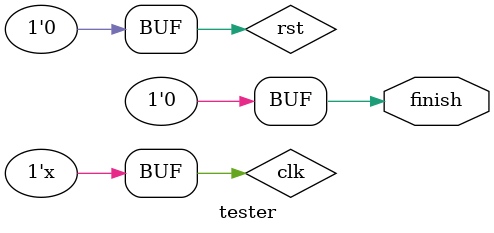
<source format=v>
`timescale 1ns/100ps


`include "can_decoder.v"

//====================================================================
//============== Declaração do módulo ================================
//====================================================================

module tester(
	finish			//Tem que ter pelo menos pino de IO para poder simular.
);
	
output wire finish;

//====================================================================
//===================== Constantes ===================================
//====================================================================

parameter MAX_FRAME_LEN	= 512;

parameter [MAX_FRAME_LEN-1:0] DATA_BITS = 'b011001110010000100010101010101010101010101010101010101010101010101010101010101010100000100001010001101111111110000000111111111110110011100100001000101010101010101010101010101010101010101010101010101010101010101000001000010100011011111111;

parameter NUM_BITS_TO_SEND = 237;


//====================================================================
//===================== Variáveis ====================================
//====================================================================

reg clk,rst,sample_point;
integer bit_index_sent;
integer clk2sample;
reg rx_bit;
wire field_start_of_frame; 
wire [10:0] field_id_a; 
wire field_ide;
wire field_rtr; 
wire field_srr; 
wire field_reserved1;
wire field_reserved0; 
wire [17:0]field_id_b;
wire [3:0]field_dlc;
wire [63:0]field_data; 
wire [14:0]field_crc;
wire field_crc_delimiter;
wire field_ack_slot;
wire field_ack_demiliter;


can_decoder i_can_decoder
(	.clock(clk),			// Clock do circuito
	.reset(rst),			// Reset (em nível lógico 1)

	.rx_bit(rx_bit),  		// Sinal com o bit lido no barramento
	.sample_point(sample_point),  	// Indica quando o bit deve ser lido (na transicao deste sinal de 0 para 1)
	
	// Deixar os campos como saida do modulo para ver a saída nos testes
	
	.field_start_of_frame	(field_start_of_frame),
	.field_id_a				(field_id_a),
	.field_ide				(field_ide),
	.field_rtr				(field_rtr),
	.field_srr				(field_srr),					// Campo do frame CAN extendido (srr = rtr_srr_temp)
	.field_reserved1		(field_reserved1),
	.field_reserved0		(field_reserved0),
	.field_id_b				(field_id_b),					// Campo do frame CAN extendido
	.field_dlc				(field_dlc),
	.field_data				(field_data),
	.field_crc				(field_crc),
	.field_crc_delimiter	(field_crc_delimiter),
	.field_ack_slot			(field_ack_slot),
	.field_ack_delimiter	(field_ack_delimiter),
	.rtr_srr_temp			(rtr_srr_temp)
);

//====================================================================
//====================== Comportamento ===============================
//====================================================================

assign finish = rst;

// inicia
initial
begin
	/* ---------------------------------- */
	/*     PREENCHER ESTAS VARIAVEIS      */
	/* ---------------------------------- */
	
	/* ---------------------------------- */
	/* ---------------------------------- */
	/* ---------------------------------- */
	
	clk <= 1'b0;
	clk2sample <= 1'b0;
	sample_point <= 1'b0;
	rst <= 1'b1;
	bit_index_sent <= NUM_BITS_TO_SEND-1;
	rx_bit <= DATA_BITS[NUM_BITS_TO_SEND-1];
	#200
	
	$display("DEBUG: =============== INICIOU ==================");
	rst <= 1'b0;
end

//manda os bits
// Após o sample point
always @(negedge sample_point)
if(rst == 0)
begin
// Se o bit que foi enviado no posedge foi maior que 0
	if(bit_index_sent > 0)
	begin
		// O proximo bit enviado sera 
		rx_bit = DATA_BITS[bit_index_sent - 1];
		// Atualiza o indice do bit que sera enviado
		bit_index_sent = bit_index_sent - 1;
	end
	// Se o ultimo bit enviado foi o indice 0, entao acabou. o rx_bit ficara apenas recessivo
	else
		rx_bit = 1;
end



//generate clock
always
begin
	#100 clk = !clk;
end
	
//generate sample_point
always @(posedge clk)
	if (clk2sample < (10-1)) 
	begin
		clk2sample <= clk2sample + 1;
		sample_point <= 0;
	end
	else
	begin
		clk2sample <= 0;
		sample_point <= 1;
	end

//always @(negedge clk)
//begin
//	sample_point <= 0;
//end
	

	
	

endmodule



</source>
